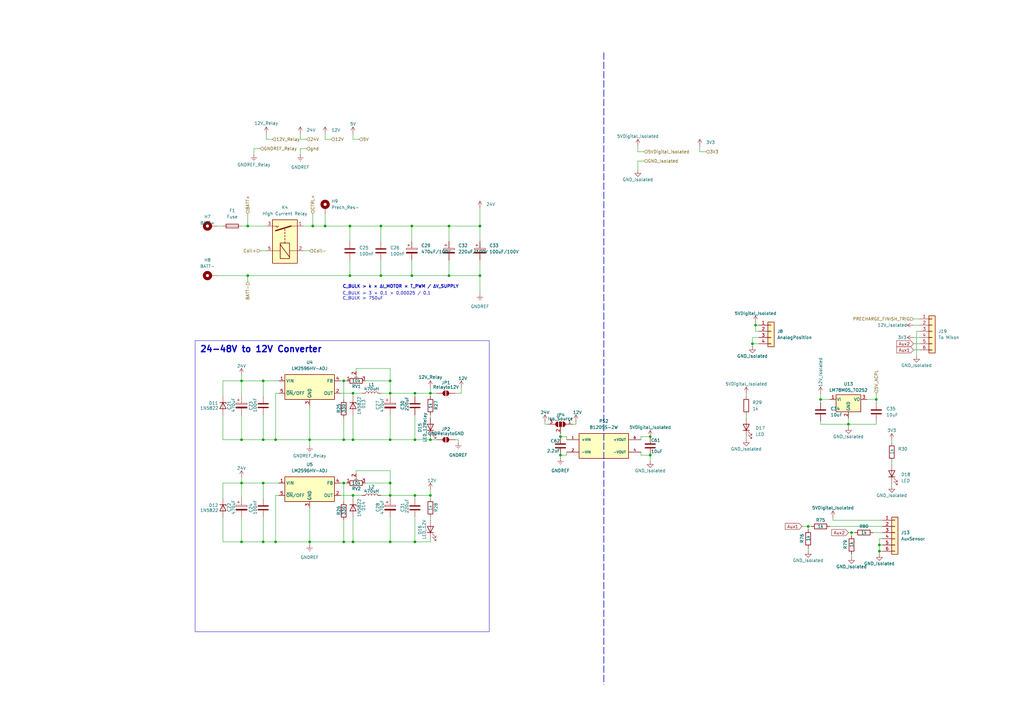
<source format=kicad_sch>
(kicad_sch (version 20250114) (generator "eeschema") (generator_version "9.0")
  (paper "A3")
  (lib_symbols
    (symbol "B2405S-2W:B1205S-2W" (pin_names (offset 1.016))
      (property "Reference" "PS" (at -10.1639 6.3579 0))
      (property "Value" "B1205S-2W" (at -10.1614 -7.6227 0))
      (symbol "B1205S-2W_0_0"
        (pin input line (at -15.24 2.54 0) (length 5.08) (name "+VIN") (number "1"))
        (pin input line (at -15.24 -2.54 0) (length 5.08) (name "-VIN") (number "2"))
        (pin output line (at 15.24 2.54 180) (length 5.08) (name "+VOUT") (number "6"))
        (pin output line (at 15.24 -2.54 180) (length 5.08) (name "-VOUT") (number "4"))
      )
    )
    (symbol "Connector_Generic:Conn_01x04" (pin_names (offset 1.016) (hide yes))
      (property "Reference" "J" (at 0 5.08 0))
      (property "Value" "Conn_01x04" (at 0 -7.62 0))
      (symbol "Conn_01x04_1_1"
        (pin passive line (at -5.08 2.54 0) (length 3.81) (name "Pin_1") (number "1"))
        (pin passive line (at -5.08 0 0) (length 3.81) (name "Pin_2") (number "2"))
        (pin passive line (at -5.08 -2.54 0) (length 3.81) (name "Pin_3") (number "3"))
        (pin passive line (at -5.08 -5.08 0) (length 3.81) (name "Pin_4") (number "4"))
      )
    )
    (symbol "Connector_Generic:Conn_01x06" (pin_names (offset 1.016) (hide yes))
      (property "Reference" "J" (at 0 7.62 0))
      (property "Value" "Conn_01x06" (at 0 -10.16 0))
      (symbol "Conn_01x06_1_1"
        (pin passive line (at -5.08 5.08 0) (length 3.81) (name "Pin_1") (number "1"))
        (pin passive line (at -5.08 2.54 0) (length 3.81) (name "Pin_2") (number "2"))
        (pin passive line (at -5.08 0 0) (length 3.81) (name "Pin_3") (number "3"))
        (pin passive line (at -5.08 -2.54 0) (length 3.81) (name "Pin_4") (number "4"))
        (pin passive line (at -5.08 -5.08 0) (length 3.81) (name "Pin_5") (number "5"))
        (pin passive line (at -5.08 -7.62 0) (length 3.81) (name "Pin_6") (number "6"))
      )
    )
    (symbol "Device:C" (pin_numbers (hide yes)) (pin_names (offset 0.254))
      (property "Reference" "C" (at 0.635 2.54 0))
      (property "Value" "C" (at 0.635 -2.54 0))
      (symbol "C_1_1"
        (pin passive line (at 0 3.81 270) (length 2.794) (name "~") (number "1"))
        (pin passive line (at 0 -3.81 90) (length 2.794) (name "~") (number "2"))
      )
    )
    (symbol "Device:C_Polarized" (pin_numbers (hide yes)) (pin_names (offset 0.254))
      (property "Reference" "C" (at 0.635 2.54 0))
      (property "Value" "C_Polarized" (at 0.635 -2.54 0))
      (symbol "C_Polarized_1_1"
        (pin passive line (at 0 3.81 270) (length 2.794) (name "~") (number "1"))
        (pin passive line (at 0 -3.81 90) (length 2.794) (name "~") (number "2"))
      )
    )
    (symbol "Device:D_Zener" (pin_numbers (hide yes)) (pin_names (offset 1.016) (hide yes))
      (property "Reference" "D" (at 0 2.54 0))
      (property "Value" "D_Zener" (at 0 -2.54 0))
      (symbol "D_Zener_1_1"
        (pin passive line (at -3.81 0 0) (length 2.54) (name "K") (number "1"))
        (pin passive line (at 3.81 0 180) (length 2.54) (name "A") (number "2"))
      )
    )
    (symbol "Device:Fuse" (pin_numbers (hide yes)) (pin_names (offset 0))
      (property "Reference" "F" (at 2.032 0 90))
      (property "Value" "Fuse" (at -1.905 0 90))
      (symbol "Fuse_1_1"
        (pin passive line (at 0 3.81 270) (length 1.27) (name "~") (number "1"))
        (pin passive line (at 0 -3.81 90) (length 1.27) (name "~") (number "2"))
      )
    )
    (symbol "Device:L" (pin_numbers (hide yes)) (pin_names (offset 1.016) (hide yes))
      (property "Reference" "L" (at -1.27 0 90))
      (property "Value" "L" (at 1.905 0 90))
      (symbol "L_1_1"
        (pin passive line (at 0 3.81 270) (length 1.27) (name "1") (number "1"))
        (pin passive line (at 0 -3.81 90) (length 1.27) (name "2") (number "2"))
      )
    )
    (symbol "Device:LED" (pin_numbers (hide yes)) (pin_names (offset 1.016) (hide yes))
      (property "Reference" "D" (at 0 2.54 0))
      (property "Value" "LED" (at 0 -2.54 0))
      (symbol "LED_1_1"
        (pin passive line (at -3.81 0 0) (length 2.54) (name "K") (number "1"))
        (pin passive line (at 3.81 0 180) (length 2.54) (name "A") (number "2"))
      )
    )
    (symbol "Device:R" (pin_numbers (hide yes)) (pin_names (offset 0))
      (property "Reference" "R" (at 2.032 0 90))
      (property "Value" "R" (at 0 0 90))
      (symbol "R_1_1"
        (pin passive line (at 0 3.81 270) (length 1.27) (name "~") (number "1"))
        (pin passive line (at 0 -3.81 90) (length 1.27) (name "~") (number "2"))
      )
    )
    (symbol "Device:R_Potentiometer_Trim" (pin_names (offset 1.016) (hide yes))
      (property "Reference" "RV" (at -4.445 0 90))
      (property "Value" "R_Potentiometer_Trim" (at -2.54 0 90))
      (symbol "R_Potentiometer_Trim_1_1"
        (pin passive line (at 0 3.81 270) (length 1.27) (name "1") (number "1"))
        (pin passive line (at 0 -3.81 90) (length 1.27) (name "3") (number "3"))
        (pin passive line (at 3.81 0 180) (length 1.27) (name "2") (number "2"))
      )
    )
    (symbol "Jumper:SolderJumper_2_Open" (pin_numbers (hide yes)) (pin_names (offset 0) (hide yes)) (in_bom no)
      (property "Reference" "JP" (at 0 2.032 0))
      (property "Value" "SolderJumper_2_Open" (at 0 -2.54 0))
      (symbol "SolderJumper_2_Open_1_1"
        (pin passive line (at -3.81 0 0) (length 2.54) (name "A") (number "1"))
        (pin passive line (at 3.81 0 180) (length 2.54) (name "B") (number "2"))
      )
    )
    (symbol "Jumper:SolderJumper_3_Open" (pin_names (offset 0) (hide yes)) (in_bom no)
      (property "Reference" "JP" (at -2.54 -2.54 0))
      (property "Value" "SolderJumper_3_Open" (at 0 2.794 0))
      (symbol "SolderJumper_3_Open_1_1"
        (pin passive line (at -5.08 0 0) (length 2.54) (name "A") (number "1"))
        (pin passive line (at 0 -3.81 90) (length 2.54) (name "C") (number "2"))
        (pin passive line (at 5.08 0 180) (length 2.54) (name "B") (number "3"))
      )
    )
    (symbol "Mechanical:MountingHole_Pad" (pin_numbers (hide yes)) (pin_names (offset 1.016) (hide yes)) (exclude_from_sim yes) (in_bom no)
      (property "Reference" "H" (at 0 6.35 0))
      (property "Value" "MountingHole_Pad" (at 0 4.445 0))
      (symbol "MountingHole_Pad_1_1"
        (pin input line (at 0 -2.54 90) (length 2.54) (name "1") (number "1"))
      )
    )
    (symbol "Regulator_Linear:LM78M05_TO252" (pin_names (offset 0.254))
      (property "Reference" "U" (at -3.81 3.175 0))
      (property "Value" "LM78M05_TO252" (at 0 3.175 0))
      (symbol "LM78M05_TO252_1_1"
        (pin power_in line (at -7.62 0 0) (length 2.54) (name "VI") (number "1"))
        (pin power_in line (at 0 -7.62 90) (length 2.54) (name "GND") (number "2"))
        (pin power_out line (at 7.62 0 180) (length 2.54) (name "VO") (number "3"))
      )
    )
    (symbol "Regulator_Switching:LM2596S-ADJ"
      (property "Reference" "U" (at -10.16 6.35 0))
      (property "Value" "LM2596S-ADJ" (at 0 6.35 0))
      (symbol "LM2596S-ADJ_1_1"
        (pin power_in line (at -12.7 2.54 0) (length 2.54) (name "VIN") (number "1"))
        (pin input line (at -12.7 -2.54 0) (length 2.54) (name "~{ON}/OFF") (number "5"))
        (pin power_in line (at 0 -7.62 90) (length 2.54) (name "GND") (number "3"))
        (pin input line (at 12.7 2.54 180) (length 2.54) (name "FB") (number "4"))
        (pin output line (at 12.7 -2.54 180) (length 2.54) (name "OUT") (number "2"))
      )
    )
    (symbol "Relay:SANYOU_SRD_Form_A"
      (property "Reference" "K" (at 8.89 3.81 0))
      (property "Value" "SANYOU_SRD_Form_A" (at 8.89 1.27 0))
      (symbol "SANYOU_SRD_Form_A_1_1"
        (pin passive line (at -5.08 7.62 270) (length 2.54) (name "~") (number "5"))
        (pin passive line (at -5.08 -7.62 90) (length 2.54) (name "~") (number "2"))
        (pin passive line (at 5.08 7.62 270) (length 2.54) (name "~") (number "3"))
        (pin passive line (at 5.08 -7.62 90) (length 2.54) (name "~") (number "1"))
      )
    )
    (symbol "power:+48V" (power) (pin_numbers (hide yes)) (pin_names (offset 0) (hide yes))
      (property "Value" "+48V" (at 0 3.556 0))
      (symbol "+48V_1_1"
        (pin power_in line (at 0 0 90) (length 0) (name "~") (number "1"))
      )
    )
    (symbol "power:GND" (power) (pin_numbers (hide yes)) (pin_names (offset 0) (hide yes))
      (property "Value" "GND" (at 0 -3.81 0))
      (symbol "GND_1_1"
        (pin power_in line (at 0 0 270) (length 0) (name "~") (number "1"))
      )
    )
    (symbol "power:GNDREF" (power) (pin_numbers (hide yes)) (pin_names (offset 0) (hide yes))
      (property "Value" "GNDREF" (at 0 -3.81 0))
      (symbol "GNDREF_1_1"
        (pin power_in line (at 0 0 270) (length 0) (name "~") (number "1"))
      )
    )
  )
  (text "C_BULK > 3 × 0,1 × 0,00025 / 0,1 \nC_BULK > 750uF" (at 140.462 121.412 0) (effects (font (size 1.27 1.27)) (justify left)))
  (text "C_BULK > k × ∆I_MOTOR × T_PWM / ∆V_SUPPLY" (at 164.338 117.602 0) (effects (font (size 1.27 1.27) (thickness 0.254) (bold yes))))
  (text_box "24-48V to 12V Converter" (at 80.01 139.7 0) (size 120.65 119.38) (margins 1.905 1.905 1.905 1.905) (effects (font (size 2.54 2.54) (thickness 0.508) (bold yes)) (justify left top)))
  (junction (at 266.7 186.69))
  (junction (at 170.18 203.2))
  (junction (at 229.87 186.69))
  (junction (at 140.97 180.34))
  (junction (at 308.61 140.97))
  (junction (at 107.95 198.12))
  (junction (at 140.97 156.21))
  (junction (at 359.41 163.83))
  (junction (at 107.95 156.21))
  (junction (at 113.03 222.25))
  (junction (at 229.87 179.07))
  (junction (at 170.18 161.29))
  (junction (at 144.78 161.29))
  (junction (at 144.78 180.34))
  (junction (at 160.02 198.12))
  (junction (at 160.02 156.21))
  (junction (at 360.68 223.52))
  (junction (at 140.97 222.25))
  (junction (at 144.78 203.2))
  (junction (at 160.02 180.34))
  (junction (at 107.95 222.25))
  (junction (at 170.18 180.34))
  (junction (at 349.25 218.44))
  (junction (at 156.21 92.71))
  (junction (at 331.47 215.9))
  (junction (at 160.02 203.2))
  (junction (at 160.02 222.25))
  (junction (at 101.6 113.03))
  (junction (at 140.97 198.12))
  (junction (at 143.51 92.71))
  (junction (at 196.85 113.03))
  (junction (at 99.06 198.12))
  (junction (at 176.53 161.29))
  (junction (at 184.15 113.03))
  (junction (at 336.55 163.83))
  (junction (at 196.85 92.71))
  (junction (at 184.15 92.71))
  (junction (at 176.53 180.34))
  (junction (at 170.18 222.25))
  (junction (at 128.27 92.71))
  (junction (at 99.06 180.34))
  (junction (at 176.53 203.2))
  (junction (at 107.95 180.34))
  (junction (at 266.7 179.07))
  (junction (at 99.06 222.25))
  (junction (at 309.88 133.35))
  (junction (at 99.06 156.21))
  (junction (at 113.03 180.34))
  (junction (at 156.21 113.03))
  (junction (at 168.91 113.03))
  (junction (at 127 222.25))
  (junction (at 168.91 92.71))
  (junction (at 144.78 222.25))
  (junction (at 160.02 161.29))
  (junction (at 101.6 92.71))
  (junction (at 347.98 173.99))
  (junction (at 127 180.34))
  (junction (at 143.51 113.03))
  (junction (at 133.35 92.71))
  (junction (at 360.68 226.06))
  (wire (pts (xy 229.87 177.8) (xy 229.87 179.07)))
  (wire (pts (xy 308.61 138.43) (xy 308.61 140.97)))
  (wire (pts (xy 374.65 138.43) (xy 377.19 138.43)))
  (wire (pts (xy 229.87 186.69) (xy 232.41 186.69)))
  (wire (pts (xy 176.53 161.29) (xy 179.07 161.29)))
  (wire (pts (xy 133.35 87.63) (xy 133.35 92.71)))
  (wire (pts (xy 347.98 173.99) (xy 359.41 173.99)))
  (wire (pts (xy 189.23 161.29) (xy 186.69 161.29)))
  (wire (pts (xy 176.53 170.18) (xy 176.53 171.45)))
  (wire (pts (xy 306.07 170.18) (xy 306.07 171.45)))
  (wire (pts (xy 107.95 222.25) (xy 113.03 222.25)))
  (wire (pts (xy 359.41 161.29) (xy 359.41 163.83)))
  (wire (pts (xy 156.21 106.68) (xy 156.21 113.03)))
  (wire (pts (xy 176.53 204.47) (xy 176.53 203.2)))
  (wire (pts (xy 113.03 222.25) (xy 113.03 203.2)))
  (wire (pts (xy 99.06 156.21) (xy 107.95 156.21)))
  (wire (pts (xy 176.53 162.56) (xy 176.53 161.29)))
  (wire (pts (xy 143.51 92.71) (xy 143.51 99.06)))
  (wire (pts (xy 360.68 226.06) (xy 360.68 227.33)))
  (wire (pts (xy 99.06 153.67) (xy 99.06 156.21)))
  (wire (pts (xy 176.53 158.75) (xy 176.53 161.29)))
  (wire (pts (xy 360.68 223.52) (xy 361.95 223.52)))
  (wire (pts (xy 170.18 161.29) (xy 176.53 161.29)))
  (wire (pts (xy 144.78 212.09) (xy 144.78 222.25)))
  (wire (pts (xy 127 166.37) (xy 127 180.34)))
  (wire (pts (xy 196.85 106.68) (xy 196.85 113.03)))
  (wire (pts (xy 170.18 203.2) (xy 176.53 203.2)))
  (wire (pts (xy 340.36 163.83) (xy 336.55 163.83)))
  (wire (pts (xy 160.02 180.34) (xy 170.18 180.34)))
  (wire (pts (xy 99.06 204.47) (xy 99.06 198.12)))
  (wire (pts (xy 99.06 92.71) (xy 101.6 92.71)))
  (wire (pts (xy 140.97 156.21) (xy 140.97 163.83)))
  (wire (pts (xy 160.02 161.29) (xy 160.02 162.56)))
  (wire (pts (xy 160.02 203.2) (xy 160.02 204.47)))
  (wire (pts (xy 99.06 170.18) (xy 99.06 180.34)))
  (wire (pts (xy 107.95 204.47) (xy 107.95 198.12)))
  (wire (pts (xy 144.78 170.18) (xy 144.78 180.34)))
  (wire (pts (xy 160.02 156.21) (xy 160.02 161.29)))
  (wire (pts (xy 113.03 222.25) (xy 127 222.25)))
  (wire (pts (xy 176.53 179.07) (xy 176.53 180.34)))
  (wire (pts (xy 347.98 218.44) (xy 349.25 218.44)))
  (wire (pts (xy 109.22 54.61) (xy 109.22 57.15)))
  (wire (pts (xy 91.44 204.47) (xy 91.44 198.12)))
  (wire (pts (xy 91.44 156.21) (xy 99.06 156.21)))
  (wire (pts (xy 176.53 220.98) (xy 176.53 222.25)))
  (wire (pts (xy 365.76 198.12) (xy 365.76 199.39)))
  (wire (pts (xy 99.06 212.09) (xy 99.06 222.25)))
  (wire (pts (xy 176.53 180.34) (xy 179.07 180.34)))
  (wire (pts (xy 365.76 189.23) (xy 365.76 190.5)))
  (wire (pts (xy 229.87 187.96) (xy 229.87 186.69)))
  (wire (pts (xy 184.15 106.68) (xy 184.15 113.03)))
  (wire (pts (xy 341.63 212.09) (xy 341.63 213.36)))
  (wire (pts (xy 377.19 133.35) (xy 374.65 133.35)))
  (wire (pts (xy 196.85 92.71) (xy 196.85 99.06)))
  (wire (pts (xy 106.68 102.87) (xy 109.22 102.87)))
  (wire (pts (xy 88.9 92.71) (xy 91.44 92.71)))
  (wire (pts (xy 347.98 173.99) (xy 347.98 175.26)))
  (wire (pts (xy 127 222.25) (xy 140.97 222.25)))
  (wire (pts (xy 186.69 180.34) (xy 187.96 180.34)))
  (wire (pts (xy 308.61 138.43) (xy 311.15 138.43)))
  (wire (pts (xy 374.65 143.51) (xy 377.19 143.51)))
  (wire (pts (xy 140.97 180.34) (xy 140.97 171.45)))
  (wire (pts (xy 189.23 158.75) (xy 189.23 161.29)))
  (wire (pts (xy 309.88 133.35) (xy 309.88 135.89)))
  (wire (pts (xy 127 180.34) (xy 140.97 180.34)))
  (wire (pts (xy 139.7 198.12) (xy 140.97 198.12)))
  (wire (pts (xy 187.96 180.34) (xy 187.96 181.61)))
  (wire (pts (xy 113.03 161.29) (xy 114.3 161.29)))
  (wire (pts (xy 123.19 57.15) (xy 125.73 57.15)))
  (wire (pts (xy 143.51 106.68) (xy 143.51 113.03)))
  (wire (pts (xy 127 208.28) (xy 127 222.25)))
  (wire (pts (xy 140.97 156.21) (xy 142.24 156.21)))
  (wire (pts (xy 107.95 162.56) (xy 107.95 156.21)))
  (wire (pts (xy 184.15 92.71) (xy 196.85 92.71)))
  (wire (pts (xy 262.89 186.69) (xy 262.89 185.42)))
  (wire (pts (xy 168.91 92.71) (xy 168.91 99.06)))
  (wire (pts (xy 170.18 222.25) (xy 176.53 222.25)))
  (wire (pts (xy 99.06 198.12) (xy 107.95 198.12)))
  (wire (pts (xy 184.15 92.71) (xy 184.15 99.06)))
  (wire (pts (xy 156.21 92.71) (xy 156.21 99.06)))
  (wire (pts (xy 101.6 92.71) (xy 109.22 92.71)))
  (wire (pts (xy 236.22 173.99) (xy 234.95 173.99)))
  (wire (pts (xy 261.62 66.04) (xy 261.62 69.85)))
  (wire (pts (xy 124.46 92.71) (xy 128.27 92.71)))
  (wire (pts (xy 113.03 180.34) (xy 113.03 161.29)))
  (wire (pts (xy 168.91 92.71) (xy 184.15 92.71)))
  (wire (pts (xy 143.51 113.03) (xy 156.21 113.03)))
  (wire (pts (xy 88.9 113.03) (xy 101.6 113.03)))
  (polyline (pts (xy 247.65 21.59) (xy 247.65 280.67)) (stroke (width 0.254) (type dash)))
  (wire (pts (xy 160.02 161.29) (xy 170.18 161.29)))
  (wire (pts (xy 262.89 186.69) (xy 266.7 186.69)))
  (wire (pts (xy 309.88 133.35) (xy 311.15 133.35)))
  (wire (pts (xy 160.02 203.2) (xy 170.18 203.2)))
  (wire (pts (xy 140.97 222.25) (xy 140.97 213.36)))
  (wire (pts (xy 139.7 156.21) (xy 140.97 156.21)))
  (wire (pts (xy 144.78 203.2) (xy 148.59 203.2)))
  (wire (pts (xy 358.14 218.44) (xy 361.95 218.44)))
  (wire (pts (xy 99.06 222.25) (xy 107.95 222.25)))
  (wire (pts (xy 336.55 173.99) (xy 347.98 173.99)))
  (wire (pts (xy 359.41 165.1) (xy 359.41 163.83)))
  (wire (pts (xy 107.95 180.34) (xy 113.03 180.34)))
  (wire (pts (xy 127 180.34) (xy 127 182.88)))
  (wire (pts (xy 160.02 180.34) (xy 160.02 170.18)))
  (wire (pts (xy 107.95 170.18) (xy 107.95 180.34)))
  (wire (pts (xy 236.22 173.99) (xy 236.22 172.72)))
  (wire (pts (xy 113.03 180.34) (xy 127 180.34)))
  (wire (pts (xy 170.18 161.29) (xy 170.18 162.56)))
  (wire (pts (xy 128.27 87.63) (xy 128.27 92.71)))
  (wire (pts (xy 101.6 113.03) (xy 143.51 113.03)))
  (wire (pts (xy 107.95 212.09) (xy 107.95 222.25)))
  (wire (pts (xy 144.78 57.15) (xy 147.32 57.15)))
  (wire (pts (xy 262.89 179.07) (xy 262.89 180.34)))
  (wire (pts (xy 143.51 92.71) (xy 156.21 92.71)))
  (wire (pts (xy 176.53 200.66) (xy 176.53 203.2)))
  (wire (pts (xy 374.65 130.81) (xy 377.19 130.81)))
  (wire (pts (xy 331.47 215.9) (xy 332.74 215.9)))
  (wire (pts (xy 223.52 173.99) (xy 223.52 172.72)))
  (wire (pts (xy 261.62 62.23) (xy 264.16 62.23)))
  (wire (pts (xy 149.86 156.21) (xy 160.02 156.21)))
  (wire (pts (xy 144.78 161.29) (xy 144.78 162.56)))
  (wire (pts (xy 144.78 161.29) (xy 148.59 161.29)))
  (wire (pts (xy 149.86 198.12) (xy 160.02 198.12)))
  (wire (pts (xy 229.87 179.07) (xy 232.41 179.07)))
  (wire (pts (xy 123.19 63.5) (xy 123.19 60.96)))
  (wire (pts (xy 160.02 198.12) (xy 160.02 203.2)))
  (wire (pts (xy 144.78 222.25) (xy 160.02 222.25)))
  (wire (pts (xy 360.68 220.98) (xy 361.95 220.98)))
  (wire (pts (xy 341.63 213.36) (xy 361.95 213.36)))
  (wire (pts (xy 328.93 215.9) (xy 331.47 215.9)))
  (wire (pts (xy 266.7 186.69) (xy 266.7 189.23)))
  (wire (pts (xy 287.02 59.69) (xy 287.02 62.23)))
  (wire (pts (xy 113.03 203.2) (xy 114.3 203.2)))
  (wire (pts (xy 360.68 220.98) (xy 360.68 223.52)))
  (wire (pts (xy 196.85 120.65) (xy 196.85 113.03)))
  (wire (pts (xy 349.25 227.33) (xy 349.25 228.6)))
  (wire (pts (xy 336.55 172.72) (xy 336.55 173.99)))
  (wire (pts (xy 266.7 179.07) (xy 262.89 179.07)))
  (wire (pts (xy 309.88 135.89) (xy 311.15 135.89)))
  (wire (pts (xy 365.76 180.34) (xy 365.76 181.61)))
  (wire (pts (xy 140.97 180.34) (xy 144.78 180.34)))
  (wire (pts (xy 140.97 222.25) (xy 144.78 222.25)))
  (wire (pts (xy 156.21 113.03) (xy 168.91 113.03)))
  (wire (pts (xy 101.6 87.63) (xy 101.6 92.71)))
  (wire (pts (xy 140.97 198.12) (xy 142.24 198.12)))
  (wire (pts (xy 170.18 212.09) (xy 170.18 222.25)))
  (wire (pts (xy 146.05 151.13) (xy 146.05 152.4)))
  (wire (pts (xy 91.44 198.12) (xy 99.06 198.12)))
  (wire (pts (xy 91.44 180.34) (xy 99.06 180.34)))
  (wire (pts (xy 306.07 161.29) (xy 306.07 162.56)))
  (wire (pts (xy 107.95 156.21) (xy 114.3 156.21)))
  (wire (pts (xy 359.41 172.72) (xy 359.41 173.99)))
  (wire (pts (xy 308.61 140.97) (xy 308.61 142.24)))
  (wire (pts (xy 104.14 63.5) (xy 104.14 60.96)))
  (wire (pts (xy 170.18 203.2) (xy 170.18 204.47)))
  (wire (pts (xy 133.35 57.15) (xy 135.89 57.15)))
  (wire (pts (xy 146.05 193.04) (xy 160.02 193.04)))
  (wire (pts (xy 133.35 92.71) (xy 143.51 92.71)))
  (wire (pts (xy 349.25 218.44) (xy 350.52 218.44)))
  (wire (pts (xy 146.05 151.13) (xy 160.02 151.13)))
  (wire (pts (xy 287.02 62.23) (xy 289.56 62.23)))
  (wire (pts (xy 374.65 140.97) (xy 377.19 140.97)))
  (wire (pts (xy 156.21 203.2) (xy 160.02 203.2)))
  (wire (pts (xy 331.47 224.79) (xy 331.47 226.06)))
  (wire (pts (xy 91.44 212.09) (xy 91.44 222.25)))
  (wire (pts (xy 355.6 163.83) (xy 359.41 163.83)))
  (wire (pts (xy 176.53 212.09) (xy 176.53 213.36)))
  (wire (pts (xy 349.25 218.44) (xy 349.25 219.71)))
  (wire (pts (xy 184.15 113.03) (xy 196.85 113.03)))
  (wire (pts (xy 361.95 226.06) (xy 360.68 226.06)))
  (wire (pts (xy 107.95 198.12) (xy 114.3 198.12)))
  (wire (pts (xy 306.07 179.07) (xy 306.07 180.34)))
  (wire (pts (xy 144.78 203.2) (xy 144.78 204.47)))
  (wire (pts (xy 104.14 60.96) (xy 106.68 60.96)))
  (wire (pts (xy 308.61 140.97) (xy 311.15 140.97)))
  (wire (pts (xy 146.05 193.04) (xy 146.05 194.31)))
  (wire (pts (xy 196.85 85.09) (xy 196.85 92.71)))
  (wire (pts (xy 91.44 170.18) (xy 91.44 180.34)))
  (wire (pts (xy 156.21 161.29) (xy 160.02 161.29)))
  (wire (pts (xy 99.06 162.56) (xy 99.06 156.21)))
  (wire (pts (xy 168.91 113.03) (xy 184.15 113.03)))
  (wire (pts (xy 160.02 193.04) (xy 160.02 198.12)))
  (wire (pts (xy 264.16 66.04) (xy 261.62 66.04)))
  (wire (pts (xy 144.78 180.34) (xy 160.02 180.34)))
  (wire (pts (xy 232.41 186.69) (xy 232.41 185.42)))
  (wire (pts (xy 375.92 135.89) (xy 375.92 146.05)))
  (wire (pts (xy 170.18 170.18) (xy 170.18 180.34)))
  (wire (pts (xy 144.78 54.61) (xy 144.78 57.15)))
  (wire (pts (xy 377.19 135.89) (xy 375.92 135.89)))
  (wire (pts (xy 139.7 161.29) (xy 144.78 161.29)))
  (wire (pts (xy 340.36 215.9) (xy 361.95 215.9)))
  (wire (pts (xy 124.46 102.87) (xy 127 102.87)))
  (wire (pts (xy 331.47 215.9) (xy 331.47 217.17)))
  (wire (pts (xy 127 222.25) (xy 127 223.52)))
  (wire (pts (xy 347.98 171.45) (xy 347.98 173.99)))
  (wire (pts (xy 168.91 106.68) (xy 168.91 113.03)))
  (wire (pts (xy 91.44 162.56) (xy 91.44 156.21)))
  (wire (pts (xy 156.21 92.71) (xy 168.91 92.71)))
  (wire (pts (xy 336.55 161.29) (xy 336.55 163.83)))
  (wire (pts (xy 160.02 222.25) (xy 170.18 222.25)))
  (wire (pts (xy 223.52 173.99) (xy 224.79 173.99)))
  (wire (pts (xy 360.68 223.52) (xy 360.68 226.06)))
  (wire (pts (xy 99.06 195.58) (xy 99.06 198.12)))
  (wire (pts (xy 170.18 180.34) (xy 176.53 180.34)))
  (wire (pts (xy 123.19 60.96) (xy 125.73 60.96)))
  (wire (pts (xy 336.55 163.83) (xy 336.55 165.1)))
  (wire (pts (xy 91.44 222.25) (xy 99.06 222.25)))
  (wire (pts (xy 261.62 59.69) (xy 261.62 62.23)))
  (wire (pts (xy 109.22 57.15) (xy 111.76 57.15)))
  (wire (pts (xy 133.35 54.61) (xy 133.35 57.15)))
  (wire (pts (xy 160.02 151.13) (xy 160.02 156.21)))
  (wire (pts (xy 232.41 179.07) (xy 232.41 180.34)))
  (wire (pts (xy 309.88 132.08) (xy 309.88 133.35)))
  (wire (pts (xy 139.7 203.2) (xy 144.78 203.2)))
  (wire (pts (xy 140.97 198.12) (xy 140.97 205.74)))
  (wire (pts (xy 99.06 180.34) (xy 107.95 180.34)))
  (wire (pts (xy 160.02 222.25) (xy 160.02 212.09)))
  (wire (pts (xy 101.6 113.03) (xy 101.6 115.57)))
  (wire (pts (xy 128.27 92.71) (xy 133.35 92.71)))
  (wire (pts (xy 123.19 54.61) (xy 123.19 57.15)))
  (global_label "Aux1" (shape input) (at 328.93 215.9 180) (property "Intersheetrefs" "${INTERSHEET_REFS}" (effects (hide yes))))
  (global_label "Aux1" (shape input) (at 374.65 143.51 180) (property "Intersheetrefs" "${INTERSHEET_REFS}" (effects (hide yes))))
  (global_label "Aux2" (shape input) (at 347.98 218.44 180) (property "Intersheetrefs" "${INTERSHEET_REFS}" (effects (hide yes))))
  (global_label "Aux2" (shape input) (at 374.65 140.97 180) (property "Intersheetrefs" "${INTERSHEET_REFS}" (effects (hide yes))))
  (hierarchical_label "Coil+" (shape input) (at 106.68 102.87 180))
  (hierarchical_label "24V" (shape input) (at 125.73 57.15 0))
  (hierarchical_label "3V3" (shape input) (at 289.56 62.23 0))
  (hierarchical_label "BATT+" (shape input) (at 101.6 87.63 90))
  (hierarchical_label "5V" (shape input) (at 147.32 57.15 0))
  (hierarchical_label "PRECHARGE_FINISH_TRIG" (shape input) (at 374.65 130.81 180))
  (hierarchical_label "12V_Relay" (shape input) (at 111.76 57.15 0))
  (hierarchical_label "12V" (shape input) (at 135.89 57.15 0))
  (hierarchical_label "GND_Isolated" (shape input) (at 264.16 66.04 0))
  (hierarchical_label "BATT-" (shape input) (at 101.6 115.57 270))
  (hierarchical_label "CTRL+" (shape input) (at 128.27 87.63 90))
  (hierarchical_label "5VDigital_Isolated" (shape input) (at 264.16 62.23 0))
  (hierarchical_label "5V_ACPL" (shape input) (at 359.41 161.29 90))
  (hierarchical_label "gnd" (shape input) (at 125.73 60.96 0))
  (hierarchical_label "GNDREF_Relay" (shape input) (at 106.68 60.96 0))
  (hierarchical_label "Coil-" (shape input) (at 127 102.87 0))
  (symbol (lib_id "Connector_Generic:Conn_01x04") (at 316.23 135.89 0) (unit 1)
    (property "Reference" "J8" (at 318.77 135.8899 0) (effects (justify left)))
    (property "Value" "AnalogPosition" (at 318.77 138.4299 0) (effects (justify left)))
    (property "Footprint" "Connector_Molex:Molex_Mini-Fit_Jr_5569-04A2_2x02_P4.20mm_Horizontal" (effects (hide yes)))
    (property "Description" "Generic connector, single row, 01x04, script generated (kicad-library-utils/schlib/autogen/connector/)" (effects (hide yes)))
  )
  (symbol (lib_id "Device:C") (at 170.18 166.37 0) (unit 1)
    (property "Reference" "C30" (at 165.1 168.148 90) (effects (justify left)))
    (property "Value" "220uF" (at 166.878 168.656 90) (effects (justify left)))
    (property "Footprint" "Capacitor_SMD:C_0805_2012Metric" (effects (hide yes)))
    (property "Description" "Unpolarized capacitor" (effects (hide yes)))
  )
  (symbol (lib_id "Device:R") (at 336.55 215.9 90) (unit 1)
    (property "Reference" "R75" (at 336.55 213.36 90))
    (property "Value" "1k" (at 336.55 215.9 90))
    (property "Footprint" "Resistor_SMD:R_0805_2012Metric" (effects (hide yes)))
    (property "Description" "Resistor" (effects (hide yes)))
  )
  (symbol (lib_id "power:GNDREF") (at 187.96 181.61 0) (unit 1)
    (property "Reference" "#PWR042" (effects (hide yes)))
    (property "Value" "GNDREF" (at 187.96 186.69 0))
    (property "Description" "Power symbol creates a global label with name \"GNDREF\" , reference supply ground" (effects (hide yes)))
  )
  (symbol (lib_id "Device:R") (at 306.07 166.37 0) (unit 1)
    (property "Reference" "R29" (at 308.61 165.0999 0) (effects (justify left)))
    (property "Value" "1k" (at 308.61 167.6399 0) (effects (justify left)))
    (property "Footprint" "Resistor_SMD:R_0805_2012Metric" (effects (hide yes)))
    (property "Description" "Resistor" (effects (hide yes)))
  )
  (symbol (lib_id "Jumper:SolderJumper_3_Open") (at 229.87 173.99 0) (mirror y) (unit 1) (in_bom no)
    (property "Reference" "JP4" (at 229.87 170.18 0))
    (property "Value" "Iso_Source" (at 229.87 171.704 0))
    (property "Footprint" "Jumper:SolderJumper-3_P1.3mm_Open_RoundedPad1.0x1.5mm_NumberLabels" (effects (hide yes)))
    (property "Description" "Solder Jumper, 3-pole, open" (effects (hide yes)))
  )
  (symbol (lib_id "power:+48V") (at 236.22 172.72 0) (unit 1)
    (property "Reference" "#PWR051" (effects (hide yes)))
    (property "Value" "12V" (at 234.95 169.164 0) (effects (justify left)))
    (property "Description" "Power symbol creates a global label with name \"+48V\"" (effects (hide yes)))
  )
  (symbol (lib_id "Device:C_Polarized") (at 184.15 102.87 0) (unit 1)
    (property "Reference" "C32" (at 187.96 100.7109 0) (effects (justify left)))
    (property "Value" "220uF/100V" (at 187.96 103.2509 0) (effects (justify left)))
    (property "Footprint" "Capacitor_THT:CP_Radial_D16.0mm_P7.50mm" (effects (hide yes)))
    (property "Description" "Polarized capacitor" (effects (hide yes)))
  )
  (symbol (lib_id "power:+48V") (at 261.62 59.69 0) (unit 1)
    (property "Reference" "#PWR062" (effects (hide yes)))
    (property "Value" "5VDigital_Isolated" (at 261.62 55.88 0))
    (property "Description" "Power symbol creates a global label with name \"+48V\"" (effects (hide yes)))
  )
  (symbol (lib_id "Device:R") (at 331.47 220.98 180) (unit 1)
    (property "Reference" "R76" (at 328.93 222.758 90) (effects (justify right)))
    (property "Value" "1k" (at 331.47 221.996 90) (effects (justify right)))
    (property "Footprint" "Resistor_SMD:R_0805_2012Metric" (effects (hide yes)))
    (property "Description" "Resistor" (effects (hide yes)))
  )
  (symbol (lib_id "Mechanical:MountingHole_Pad") (at 86.36 92.71 90) (unit 1) (exclude_from_sim yes) (in_bom no)
    (property "Reference" "H7" (at 85.09 88.9 90))
    (property "Value" "BATT+" (at 85.09 91.44 90))
    (property "Footprint" "Terminal_SMD_M5:TerminalSMD_M5" (effects (hide yes)))
    (property "Description" "Mounting Hole with connection" (effects (hide yes)))
  )
  (symbol (lib_id "power:+48V") (at 189.23 158.75 0) (unit 1)
    (property "Reference" "#PWR043" (effects (hide yes)))
    (property "Value" "12V" (at 187.96 155.194 0) (effects (justify left)))
    (property "Description" "Power symbol creates a global label with name \"+48V\"" (effects (hide yes)))
  )
  (symbol (lib_id "Device:LED") (at 306.07 175.26 90) (unit 1)
    (property "Reference" "D17" (at 309.88 175.5774 90) (effects (justify right)))
    (property "Value" "LED" (at 309.88 178.1174 90) (effects (justify right)))
    (property "Footprint" "LED_SMD:LED_0805_2012Metric_Pad1.15x1.40mm_HandSolder" (effects (hide yes)))
    (property "Description" "Light emitting diode" (effects (hide yes)))
  )
  (symbol (lib_id "power:+48V") (at 133.35 54.61 0) (unit 1)
    (property "Reference" "#PWR039" (effects (hide yes)))
    (property "Value" "12V" (at 135.89 53.3399 0) (effects (justify left)))
    (property "Description" "Power symbol creates a global label with name \"+48V\"" (effects (hide yes)))
  )
  (symbol (lib_id "Device:Fuse") (at 95.25 92.71 90) (unit 1)
    (property "Reference" "F1" (at 95.25 86.36 90))
    (property "Value" "Fuse" (at 95.25 88.9 90))
    (property "Footprint" "FuseController14x51:Fuse_L30mm" (effects (hide yes)))
    (property "Description" "Fuse" (effects (hide yes)))
  )
  (symbol (lib_id "Device:R") (at 365.76 185.42 0) (unit 1)
    (property "Reference" "R30" (at 368.3 184.1499 0) (effects (justify left)))
    (property "Value" "1k" (at 365.76 186.436 90) (effects (justify left)))
    (property "Footprint" "Resistor_SMD:R_0805_2012Metric" (effects (hide yes)))
    (property "Description" "Resistor" (effects (hide yes)))
  )
  (symbol (lib_id "power:GND") (at 365.76 199.39 0) (unit 1)
    (property "Reference" "#PWR067" (effects (hide yes)))
    (property "Value" "GND_Isolated" (at 365.76 203.2 0))
    (property "Description" "Power symbol creates a global label with name \"GND\" , ground" (effects (hide yes)))
  )
  (symbol (lib_id "Device:R") (at 176.53 166.37 0) (unit 1)
    (property "Reference" "R27" (at 178.816 168.148 90) (effects (justify left)))
    (property "Value" "1k" (at 176.53 167.64 90) (effects (justify left)))
    (property "Footprint" "Resistor_SMD:R_0805_2012Metric" (effects (hide yes)))
    (property "Description" "Resistor" (effects (hide yes)))
  )
  (symbol (lib_id "Connector_Generic:Conn_01x06") (at 382.27 135.89 0) (unit 1)
    (property "Reference" "J19" (at 384.81 135.8899 0) (effects (justify left)))
    (property "Value" "To Mikon" (at 384.81 138.4299 0) (effects (justify left)))
    (property "Footprint" "Connector_PinSocket_2.54mm:PinSocket_1x06_P2.54mm_Vertical" (effects (hide yes)))
    (property "Description" "Generic connector, single row, 01x06, script generated (kicad-library-utils/schlib/autogen/connector/)" (effects (hide yes)))
  )
  (symbol (lib_id "power:+48V") (at 176.53 200.66 0) (unit 1)
    (property "Reference" "#PWR041" (effects (hide yes)))
    (property "Value" "12V" (at 175.26 197.104 0) (effects (justify left)))
    (property "Description" "Power symbol creates a global label with name \"+48V\"" (effects (hide yes)))
  )
  (symbol (lib_id "Device:R_Potentiometer_Trim") (at 146.05 156.21 90) (unit 1)
    (property "Reference" "RV1" (at 144.272 158.496 90) (effects (justify right)))
    (property "Value" "10k" (at 144.272 156.21 90) (effects (justify right)))
    (property "Footprint" "Potentiometer_THT:Potentiometer_Runtron_RM-065_Vertical" (effects (hide yes)))
    (property "Description" "Trim-potentiometer" (effects (hide yes)))
  )
  (symbol (lib_id "Mechanical:MountingHole_Pad") (at 86.36 113.03 90) (unit 1) (exclude_from_sim yes) (in_bom no)
    (property "Reference" "H8" (at 85.09 106.68 90))
    (property "Value" "BATT-" (at 85.09 109.22 90))
    (property "Footprint" "Terminal_SMD_M5:TerminalSMD_M5" (effects (hide yes)))
    (property "Description" "Mounting Hole with connection" (effects (hide yes)))
  )
  (symbol (lib_id "Regulator_Switching:LM2596S-ADJ") (at 127 158.75 0) (unit 1)
    (property "Reference" "U4" (at 127 148.59 0))
    (property "Value" "LM2596HV-ADJ" (at 127 151.13 0))
    (property "Footprint" "Package_TO_SOT_SMD:TO-263-5_TabPin3" (effects (hide yes)))
    (property "Datasheet" "http://www.ti.com/lit/ds/symlink/lm2596.pdf" (effects (hide yes)))
    (property "Description" "Adjustable 3A Step-Down Voltage Regulator, TO-263" (effects (hide yes)))
  )
  (symbol (lib_id "power:+48V") (at 123.19 54.61 0) (unit 1)
    (property "Reference" "#PWR035" (effects (hide yes)))
    (property "Value" "24V" (at 125.73 53.3399 0) (effects (justify left)))
    (property "Description" "Power symbol creates a global label with name \"+48V\"" (effects (hide yes)))
  )
  (symbol (lib_id "power:GND") (at 360.68 227.33 0) (unit 1)
    (property "Reference" "#PWR0121" (effects (hide yes)))
    (property "Value" "GND_Isolated" (at 360.68 231.14 0))
    (property "Description" "Power symbol creates a global label with name \"GND\" , ground" (effects (hide yes)))
  )
  (symbol (lib_id "power:GND") (at 308.61 142.24 0) (unit 1)
    (property "Reference" "#PWR021" (effects (hide yes)))
    (property "Value" "GND_Isolated" (at 308.61 146.05 0))
    (property "Description" "Power symbol creates a global label with name \"GND\" , ground" (effects (hide yes)))
  )
  (symbol (lib_id "power:+48V") (at 196.85 85.09 0) (unit 1)
    (property "Reference" "#PWR044" (effects (hide yes)))
    (property "Value" "24V" (at 199.39 83.8199 0) (effects (justify left)))
    (property "Description" "Power symbol creates a global label with name \"+48V\"" (effects (hide yes)))
  )
  (symbol (lib_id "power:+48V") (at 336.55 161.29 0) (unit 1)
    (property "Reference" "#PWR055" (effects (hide yes)))
    (property "Value" "12V_Isolated" (at 336.55 152.654 90))
    (property "Description" "Power symbol creates a global label with name \"+48V\"" (effects (hide yes)))
  )
  (symbol (lib_id "Device:C_Polarized") (at 160.02 208.28 0) (unit 1)
    (property "Reference" "C28" (at 154.94 210.058 90) (effects (justify left)))
    (property "Value" "470uF" (at 156.718 211.074 90) (effects (justify left)))
    (property "Footprint" "Capacitor_SMD:CP_Elec_8x10" (effects (hide yes)))
    (property "Description" "Polarized capacitor" (effects (hide yes)))
  )
  (symbol (lib_id "Device:D_Zener") (at 144.78 208.28 270) (unit 1)
    (property "Reference" "D14" (at 149.098 209.55 0) (effects (justify right)))
    (property "Value" "1N5822" (at 147.32 212.09 0) (effects (justify right)))
    (property "Footprint" "Diode_SMD:D_SMA" (effects (hide yes)))
    (property "Description" "Zener diode" (effects (hide yes)))
  )
  (symbol (lib_id "power:+48V") (at 99.06 153.67 0) (unit 1)
    (property "Reference" "#PWR033" (effects (hide yes)))
    (property "Value" "24V" (at 99.06 150.114 0))
    (property "Description" "Power symbol creates a global label with name \"+48V\"" (effects (hide yes)))
  )
  (symbol (lib_id "Device:C_Polarized") (at 99.06 208.28 0) (unit 1)
    (property "Reference" "C22" (at 93.98 210.058 90) (effects (justify left)))
    (property "Value" "470uF" (at 95.758 211.074 90) (effects (justify left)))
    (property "Footprint" "Capacitor_SMD:CP_Elec_8x10" (effects (hide yes)))
    (property "Description" "Polarized capacitor" (effects (hide yes)))
  )
  (symbol (lib_id "power:+48V") (at 287.02 59.69 0) (unit 1)
    (property "Reference" "#PWR024" (effects (hide yes)))
    (property "Value" "3V3" (at 289.56 58.4199 0) (effects (justify left)))
    (property "Description" "Power symbol creates a global label with name \"+48V\"" (effects (hide yes)))
  )
  (symbol (lib_id "Mechanical:MountingHole_Pad") (at 133.35 85.09 0) (unit 1) (exclude_from_sim yes) (in_bom no)
    (property "Reference" "H9" (at 135.89 82.5499 0) (effects (justify left)))
    (property "Value" "Prech_Res-" (at 135.89 85.0899 0) (effects (justify left)))
    (property "Footprint" "MountingHole:MountingHole_3.2mm_M3_Pad_Via" (effects (hide yes)))
    (property "Description" "Mounting Hole with connection" (effects (hide yes)))
  )
  (symbol (lib_id "power:+48V") (at 374.65 138.43 90) (unit 1)
    (property "Reference" "#PWR0149" (effects (hide yes)))
    (property "Value" "3V3" (at 371.856 138.43 90) (effects (justify left)))
    (property "Description" "Power symbol creates a global label with name \"+48V\"" (effects (hide yes)))
  )
  (symbol (lib_id "Device:D_Zener") (at 144.78 166.37 270) (unit 1)
    (property "Reference" "D13" (at 149.098 167.64 0) (effects (justify right)))
    (property "Value" "1N5822" (at 147.32 170.18 0) (effects (justify right)))
    (property "Footprint" "Diode_SMD:D_SMA" (effects (hide yes)))
    (property "Description" "Zener diode" (effects (hide yes)))
  )
  (symbol (lib_id "power:GND") (at 266.7 189.23 0) (unit 1)
    (property "Reference" "#PWR057" (effects (hide yes)))
    (property "Value" "GND_Isolated" (at 266.7 193.04 0))
    (property "Description" "Power symbol creates a global label with name \"GND\" , ground" (effects (hide yes)))
  )
  (symbol (lib_id "B2405S-2W:B1205S-2W") (at 247.65 182.88 0) (unit 1)
    (property "Reference" "PS2" (at 247.65 172.72 0))
    (property "Value" "B1205S-2W" (at 247.65 175.26 0))
    (property "Footprint" "B2405S-2W:B2405S-2W" (effects (hide yes)))
    (property "MF" "Recom Power" (effects (hide yes)))
    (property "MAXIMUM_PACKAGE_HEIGHT" "10.2mm" (effects (hide yes)))
    (property "Package" "SIP-7 Recom Power" (effects (hide yes)))
    (property "Price" "None" (effects (hide yes)))
    (property "Check_prices" "https://www.snapeda.com/parts/RE-2405S/HP/Recom+Power/view-part/?ref=eda" (effects (hide yes)))
    (property "STANDARD" "Manufacturer Recommendations" (effects (hide yes)))
    (property "PARTREV" "1" (effects (hide yes)))
    (property "SnapEDA_Link" "https://www.snapeda.com/parts/RE-2405S/HP/Recom+Power/view-part/?ref=snap" (effects (hide yes)))
    (property "MP" "RE-2405S/HP" (effects (hide yes)))
    (property "Description_1" "1W DC/DC-Converter 'ECONOLINE' SIP7 2kV unreg" (effects (hide yes)))
    (property "Availability" "In Stock" (effects (hide yes)))
    (property "MANUFACTURER" "Recom" (effects (hide yes)))
  )
  (symbol (lib_id "Device:C") (at 107.95 166.37 0) (unit 1)
    (property "Reference" "C23" (at 102.87 168.402 90) (effects (justify left)))
    (property "Value" "100nF" (at 104.648 169.164 90) (effects (justify left)))
    (property "Footprint" "Capacitor_SMD:C_0805_2012Metric" (effects (hide yes)))
    (property "Description" "Unpolarized capacitor" (effects (hide yes)))
  )
  (symbol (lib_id "Device:C_Polarized") (at 168.91 102.87 0) (unit 1)
    (property "Reference" "C29" (at 172.72 100.7109 0) (effects (justify left)))
    (property "Value" "470uF/100V" (at 172.72 103.2509 0) (effects (justify left)))
    (property "Footprint" "Capacitor_THT:CP_Radial_D16.0mm_P7.50mm" (effects (hide yes)))
    (property "Description" "Polarized capacitor" (effects (hide yes)))
  )
  (symbol (lib_id "Device:R") (at 176.53 208.28 0) (unit 1)
    (property "Reference" "R28" (at 178.816 210.058 90) (effects (justify left)))
    (property "Value" "1k" (at 176.53 209.55 90) (effects (justify left)))
    (property "Footprint" "Resistor_SMD:R_0805_2012Metric" (effects (hide yes)))
    (property "Description" "Resistor" (effects (hide yes)))
  )
  (symbol (lib_id "Device:C") (at 336.55 168.91 180) (unit 1)
    (property "Reference" "C34" (at 340.6337 167.6399 0) (effects (justify right)))
    (property "Value" "10uF" (at 340.6337 170.1799 0) (effects (justify right)))
    (property "Footprint" "Capacitor_SMD:C_0805_2012Metric" (effects (hide yes)))
    (property "Description" "Unpolarized capacitor" (effects (hide yes)))
  )
  (symbol (lib_id "power:+48V") (at 341.63 212.09 0) (unit 1)
    (property "Reference" "#PWR0114" (effects (hide yes)))
    (property "Value" "5VDigital_Isolated" (at 341.63 208.28 0))
    (property "Description" "Power symbol creates a global label with name \"+48V\"" (effects (hide yes)))
  )
  (symbol (lib_id "Device:R") (at 140.97 209.55 180) (unit 1)
    (property "Reference" "R26" (at 138.938 211.328 90) (effects (justify right)))
    (property "Value" "330" (at 140.97 211.328 90) (effects (justify right)))
    (property "Footprint" "Resistor_SMD:R_0805_2012Metric" (effects (hide yes)))
    (property "Description" "Resistor" (effects (hide yes)))
  )
  (symbol (lib_id "power:+48V") (at 306.07 161.29 0) (unit 1)
    (property "Reference" "#PWR060" (effects (hide yes)))
    (property "Value" "5VDigital_Isolated" (at 306.07 157.48 0))
    (property "Description" "Power symbol creates a global label with name \"+48V\"" (effects (hide yes)))
  )
  (symbol (lib_id "Device:L") (at 152.4 161.29 90) (unit 1)
    (property "Reference" "L1" (at 152.4 157.734 90))
    (property "Value" "470uH" (at 152.4 159.512 90))
    (property "Footprint" "Inductor_SMD:L_10.4x10.4_H4.8" (effects (hide yes)))
    (property "Description" "Inductor" (effects (hide yes)))
  )
  (symbol (lib_id "power:GND") (at 331.47 226.06 0) (unit 1)
    (property "Reference" "#PWR0116" (effects (hide yes)))
    (property "Value" "GND_Isolated" (at 331.47 229.87 0))
    (property "Description" "Power symbol creates a global label with name \"GND\" , ground" (effects (hide yes)))
  )
  (symbol (lib_id "power:GNDREF") (at 127 182.88 0) (unit 1)
    (property "Reference" "#PWR037" (effects (hide yes)))
    (property "Value" "GNDREF_Relay" (at 127 186.944 0))
    (property "Description" "Power symbol creates a global label with name \"GNDREF\" , reference supply ground" (effects (hide yes)))
  )
  (symbol (lib_id "Device:LED") (at 365.76 194.31 90) (unit 1)
    (property "Reference" "D18" (at 369.57 194.6274 90) (effects (justify right)))
    (property "Value" "LED" (at 369.57 197.1674 90) (effects (justify right)))
    (property "Footprint" "LED_SMD:LED_0805_2012Metric_Pad1.15x1.40mm_HandSolder" (effects (hide yes)))
    (property "Description" "Light emitting diode" (effects (hide yes)))
  )
  (symbol (lib_id "Jumper:SolderJumper_2_Open") (at 182.88 180.34 0) (unit 1) (in_bom no)
    (property "Reference" "JP2" (at 182.88 176.022 0))
    (property "Value" "GNDRelaytoGND" (at 182.88 177.8 0))
    (property "Footprint" "Jumper:SolderJumper-2_P1.3mm_Open_RoundedPad1.0x1.5mm" (effects (hide yes)))
    (property "Description" "Solder Jumper, 2-pole, open" (effects (hide yes)))
  )
  (symbol (lib_id "Device:LED") (at 176.53 217.17 90) (unit 1)
    (property "Reference" "D16" (at 172.212 215.392 0) (effects (justify right)))
    (property "Value" "LED_12V" (at 173.99 217.17 0))
    (property "Footprint" "LED_SMD:LED_0805_2012Metric_Pad1.15x1.40mm_HandSolder" (effects (hide yes)))
    (property "Description" "Light emitting diode" (effects (hide yes)))
  )
  (symbol (lib_id "Device:C_Polarized") (at 160.02 166.37 0) (unit 1)
    (property "Reference" "C27" (at 154.94 168.148 90) (effects (justify left)))
    (property "Value" "470uF" (at 156.718 169.164 90) (effects (justify left)))
    (property "Footprint" "Capacitor_SMD:CP_Elec_8x10" (effects (hide yes)))
    (property "Description" "Polarized capacitor" (effects (hide yes)))
  )
  (symbol (lib_id "power:+48V") (at 109.22 54.61 0) (unit 1)
    (property "Reference" "#PWR0143" (effects (hide yes)))
    (property "Value" "12V_Relay" (at 109.22 50.546 0))
    (property "Description" "Power symbol creates a global label with name \"+48V\"" (effects (hide yes)))
  )
  (symbol (lib_id "power:GND") (at 261.62 69.85 0) (unit 1)
    (property "Reference" "#PWR059" (effects (hide yes)))
    (property "Value" "GND_Isolated" (at 261.62 73.66 0))
    (property "Description" "Power symbol creates a global label with name \"GND\" , ground" (effects (hide yes)))
  )
  (symbol (lib_id "Device:R_Potentiometer_Trim") (at 146.05 198.12 90) (unit 1)
    (property "Reference" "RV2" (at 144.272 200.406 90) (effects (justify right)))
    (property "Value" "10k" (at 144.272 198.12 90) (effects (justify right)))
    (property "Footprint" "Potentiometer_THT:Potentiometer_Runtron_RM-065_Vertical" (effects (hide yes)))
    (property "Description" "Trim-potentiometer" (effects (hide yes)))
  )
  (symbol (lib_id "power:GNDREF") (at 196.85 120.65 0) (unit 1)
    (property "Reference" "#PWR045" (effects (hide yes)))
    (property "Value" "GNDREF" (at 196.85 125.73 0))
    (property "Description" "Power symbol creates a global label with name \"GNDREF\" , reference supply ground" (effects (hide yes)))
  )
  (symbol (lib_id "Jumper:SolderJumper_2_Open") (at 182.88 161.29 0) (unit 1) (in_bom no)
    (property "Reference" "JP1" (at 182.88 156.972 0))
    (property "Value" "Relayto12V" (at 182.88 158.75 0))
    (property "Footprint" "Jumper:SolderJumper-2_P1.3mm_Open_RoundedPad1.0x1.5mm" (effects (hide yes)))
    (property "Description" "Solder Jumper, 2-pole, open" (effects (hide yes)))
  )
  (symbol (lib_id "Relay:SANYOU_SRD_Form_A") (at 116.84 97.79 90) (unit 1)
    (property "Reference" "K4" (at 116.84 85.09 90))
    (property "Value" "High Current Relay" (at 116.84 87.63 90))
    (property "Footprint" "MainRelay100A:MainRelay100A" (effects (hide yes)))
    (property "Datasheet" "http://www.sanyourelay.ca/public/products/pdf/SRD.pdf" (effects (hide yes)))
    (property "Description" "Sanyo SRD relay, Single Pole Miniature Power Relay, Closing Contact" (effects (hide yes)))
  )
  (symbol (lib_id "power:+48V") (at 176.53 158.75 0) (unit 1)
    (property "Reference" "#PWR040" (effects (hide yes)))
    (property "Value" "12V_Relay" (at 176.53 154.686 0))
    (property "Description" "Power symbol creates a global label with name \"+48V\"" (effects (hide yes)))
  )
  (symbol (lib_id "Regulator_Linear:LM78M05_TO252") (at 347.98 163.83 0) (unit 1)
    (property "Reference" "U13" (at 347.98 157.48 0))
    (property "Value" "LM78M05_TO252" (at 347.98 160.02 0))
    (property "Footprint" "Package_TO_SOT_SMD:TO-252-2" (effects (hide yes)))
    (property "Datasheet" "https://www.onsemi.com/pub/Collateral/MC78M00-D.PDF" (effects (hide yes)))
    (property "Description" "Positive 500mA 35V Linear Regulator, Fixed Output 5V, TO-252 (D-PAK)" (effects (hide yes)))
  )
  (symbol (lib_id "Device:C") (at 156.21 102.87 0) (unit 1)
    (property "Reference" "C26" (at 160.02 101.5999 0) (effects (justify left)))
    (property "Value" "100nF" (at 160.02 104.1399 0) (effects (justify left)))
    (property "Footprint" "Capacitor_SMD:C_1206_3216Metric" (effects (hide yes)))
    (property "Description" "Unpolarized capacitor" (effects (hide yes)))
  )
  (symbol (lib_id "power:+48V") (at 374.65 133.35 90) (unit 1)
    (property "Reference" "#PWR0150" (effects (hide yes)))
    (property "Value" "12V_Isolated" (at 366.014 133.35 90))
    (property "Description" "Power symbol creates a global label with name \"+48V\"" (effects (hide yes)))
  )
  (symbol (lib_id "power:+48V") (at 144.78 54.61 0) (unit 1)
    (property "Reference" "#PWR0142" (effects (hide yes)))
    (property "Value" "5V" (at 144.78 50.8 0))
    (property "Description" "Power symbol creates a global label with name \"+48V\"" (effects (hide yes)))
  )
  (symbol (lib_id "Device:C") (at 266.7 182.88 0) (unit 1)
    (property "Reference" "C61" (at 266.954 180.594 0) (effects (justify left)))
    (property "Value" "10uF" (at 266.954 185.166 0) (effects (justify left)))
    (property "Footprint" "Capacitor_SMD:C_0805_2012Metric" (effects (hide yes)))
    (property "Description" "Unpolarized capacitor" (effects (hide yes)))
  )
  (symbol (lib_id "power:GND") (at 349.25 228.6 0) (unit 1)
    (property "Reference" "#PWR0119" (effects (hide yes)))
    (property "Value" "GND_Isolated" (at 349.25 232.41 0))
    (property "Description" "Power symbol creates a global label with name \"GND\" , ground" (effects (hide yes)))
  )
  (symbol (lib_id "power:GNDREF") (at 229.87 187.96 0) (unit 1)
    (property "Reference" "#PWR049" (effects (hide yes)))
    (property "Value" "GNDREF" (at 229.87 193.04 0))
    (property "Description" "Power symbol creates a global label with name \"GNDREF\" , reference supply ground" (effects (hide yes)))
  )
  (symbol (lib_id "Device:R") (at 354.33 218.44 90) (unit 1)
    (property "Reference" "R80" (at 354.33 215.9 90))
    (property "Value" "1k" (at 354.33 218.44 90))
    (property "Footprint" "Resistor_SMD:R_0805_2012Metric" (effects (hide yes)))
    (property "Description" "Resistor" (effects (hide yes)))
  )
  (symbol (lib_id "power:+48V") (at 223.52 172.72 0) (unit 1)
    (property "Reference" "#PWR047" (effects (hide yes)))
    (property "Value" "24V" (at 223.52 169.164 0))
    (property "Description" "Power symbol creates a global label with name \"+48V\"" (effects (hide yes)))
  )
  (symbol (lib_id "power:GNDREF") (at 123.19 63.5 0) (unit 1)
    (property "Reference" "#PWR036" (effects (hide yes)))
    (property "Value" "GNDREF" (at 123.19 68.58 0))
    (property "Description" "Power symbol creates a global label with name \"GNDREF\" , reference supply ground" (effects (hide yes)))
  )
  (symbol (lib_id "Device:C") (at 359.41 168.91 180) (unit 1)
    (property "Reference" "C35" (at 363.4937 167.6399 0) (effects (justify right)))
    (property "Value" "10uF" (at 363.4937 170.1799 0) (effects (justify right)))
    (property "Footprint" "Capacitor_SMD:C_0805_2012Metric" (effects (hide yes)))
    (property "Description" "Unpolarized capacitor" (effects (hide yes)))
  )
  (symbol (lib_id "Device:D_Zener") (at 91.44 166.37 270) (unit 1)
    (property "Reference" "D11" (at 85.598 165.354 90) (effects (justify left)))
    (property "Value" "1N5822" (at 82.042 167.386 90) (effects (justify left)))
    (property "Footprint" "Diode_SMD:D_SMA" (effects (hide yes)))
    (property "Description" "Zener diode" (effects (hide yes)))
  )
  (symbol (lib_id "power:+48V") (at 266.7 179.07 0) (unit 1)
    (property "Reference" "#PWR056" (effects (hide yes)))
    (property "Value" "5VDigital_Isolated" (at 266.7 175.26 0))
    (property "Description" "Power symbol creates a global label with name \"+48V\"" (effects (hide yes)))
  )
  (symbol (lib_id "Device:C") (at 143.51 102.87 0) (unit 1)
    (property "Reference" "C25" (at 147.32 101.5999 0) (effects (justify left)))
    (property "Value" "100nF" (at 147.32 104.1399 0) (effects (justify left)))
    (property "Footprint" "Capacitor_SMD:C_1206_3216Metric" (effects (hide yes)))
    (property "Description" "Unpolarized capacitor" (effects (hide yes)))
  )
  (symbol (lib_id "Device:C") (at 107.95 208.28 0) (unit 1)
    (property "Reference" "C24" (at 102.87 210.312 90) (effects (justify left)))
    (property "Value" "100nF" (at 104.648 211.074 90) (effects (justify left)))
    (property "Footprint" "Capacitor_SMD:C_0805_2012Metric" (effects (hide yes)))
    (property "Description" "Unpolarized capacitor" (effects (hide yes)))
  )
  (symbol (lib_id "Device:L") (at 152.4 203.2 90) (unit 1)
    (property "Reference" "L2" (at 152.4 199.644 90))
    (property "Value" "470uH" (at 152.4 201.422 90))
    (property "Footprint" "Inductor_SMD:L_10.4x10.4_H4.8" (effects (hide yes)))
    (property "Description" "Inductor" (effects (hide yes)))
  )
  (symbol (lib_id "Regulator_Switching:LM2596S-ADJ") (at 127 200.66 0) (unit 1)
    (property "Reference" "U5" (at 127 190.5 0))
    (property "Value" "LM2596HV-ADJ" (at 127 193.04 0))
    (property "Footprint" "Package_TO_SOT_SMD:TO-263-5_TabPin3" (effects (hide yes)))
    (property "Datasheet" "http://www.ti.com/lit/ds/symlink/lm2596.pdf" (effects (hide yes)))
    (property "Description" "Adjustable 3A Step-Down Voltage Regulator, TO-263" (effects (hide yes)))
  )
  (symbol (lib_id "power:GNDREF") (at 104.14 63.5 0) (unit 1)
    (property "Reference" "#PWR058" (effects (hide yes)))
    (property "Value" "GNDREF_Relay" (at 104.14 67.564 0))
    (property "Description" "Power symbol creates a global label with name \"GNDREF\" , reference supply ground" (effects (hide yes)))
  )
  (symbol (lib_id "Connector_Generic:Conn_01x06") (at 367.03 218.44 0) (unit 1)
    (property "Reference" "J13" (at 369.57 218.4399 0) (effects (justify left)))
    (property "Value" "AuxSensor" (at 369.57 220.9799 0) (effects (justify left)))
    (property "Footprint" "Connector_Molex:Molex_Mini-Fit_Jr_5569-06A2_2x03_P4.20mm_Horizontal" (effects (hide yes)))
    (property "Description" "Generic connector, single row, 01x06, script generated (kicad-library-utils/schlib/autogen/connector/)" (effects (hide yes)))
  )
  (symbol (lib_id "Device:C") (at 229.87 182.88 0) (unit 1)
    (property "Reference" "C62" (at 225.806 180.848 0) (effects (justify left)))
    (property "Value" "2.2uF" (at 224.282 184.912 0) (effects (justify left)))
    (property "Footprint" "Capacitor_SMD:C_0805_2012Metric" (effects (hide yes)))
    (property "Description" "Unpolarized capacitor" (effects (hide yes)))
  )
  (symbol (lib_id "Device:C") (at 170.18 208.28 0) (unit 1)
    (property "Reference" "C31" (at 165.1 210.058 90) (effects (justify left)))
    (property "Value" "220uF" (at 166.878 210.566 90) (effects (justify left)))
    (property "Footprint" "Capacitor_SMD:C_0805_2012Metric" (effects (hide yes)))
    (property "Description" "Unpolarized capacitor" (effects (hide yes)))
  )
  (symbol (lib_id "Device:R") (at 349.25 223.52 180) (unit 1)
    (property "Reference" "R79" (at 346.71 225.298 90) (effects (justify right)))
    (property "Value" "1k" (at 349.25 224.536 90) (effects (justify right)))
    (property "Footprint" "Resistor_SMD:R_0805_2012Metric" (effects (hide yes)))
    (property "Description" "Resistor" (effects (hide yes)))
  )
  (symbol (lib_id "Device:LED") (at 176.53 175.26 90) (unit 1)
    (property "Reference" "D15" (at 172.212 173.482 0) (effects (justify right)))
    (property "Value" "LED_12Relay" (at 174.244 175.26 0))
    (property "Footprint" "LED_SMD:LED_0805_2012Metric_Pad1.15x1.40mm_HandSolder" (effects (hide yes)))
    (property "Description" "Light emitting diode" (effects (hide yes)))
  )
  (symbol (lib_id "Device:R") (at 140.97 167.64 180) (unit 1)
    (property "Reference" "R25" (at 138.938 169.418 90) (effects (justify right)))
    (property "Value" "330" (at 140.97 169.418 90) (effects (justify right)))
    (property "Footprint" "Resistor_SMD:R_0805_2012Metric" (effects (hide yes)))
    (property "Description" "Resistor" (effects (hide yes)))
  )
  (symbol (lib_id "power:GND") (at 306.07 180.34 0) (unit 1)
    (property "Reference" "#PWR020" (effects (hide yes)))
    (property "Value" "GND_Isolated" (at 306.07 184.15 0))
    (property "Description" "Power symbol creates a global label with name \"GND\" , ground" (effects (hide yes)))
  )
  (symbol (lib_id "Device:D_Zener") (at 91.44 208.28 270) (unit 1)
    (property "Reference" "D12" (at 85.598 207.264 90) (effects (justify left)))
    (property "Value" "1N5822" (at 82.042 209.296 90) (effects (justify left)))
    (property "Footprint" "Diode_SMD:D_SMA" (effects (hide yes)))
    (property "Description" "Zener diode" (effects (hide yes)))
  )
  (symbol (lib_id "power:+48V") (at 99.06 195.58 0) (unit 1)
    (property "Reference" "#PWR034" (effects (hide yes)))
    (property "Value" "24V" (at 99.06 192.024 0))
    (property "Description" "Power symbol creates a global label with name \"+48V\"" (effects (hide yes)))
  )
  (symbol (lib_id "power:GND") (at 347.98 175.26 0) (unit 1)
    (property "Reference" "#PWR064" (effects (hide yes)))
    (property "Value" "GND_Isolated" (at 347.98 179.07 0))
    (property "Description" "Power symbol creates a global label with name \"GND\" , ground" (effects (hide yes)))
  )
  (symbol (lib_id "power:+48V") (at 309.88 132.08 0) (unit 1)
    (property "Reference" "#PWR090" (effects (hide yes)))
    (property "Value" "5VDigital_Isolated" (at 309.88 128.524 0))
    (property "Description" "Power symbol creates a global label with name \"+48V\"" (effects (hide yes)))
  )
  (symbol (lib_id "power:+48V") (at 365.76 180.34 0) (unit 1)
    (property "Reference" "#PWR066" (effects (hide yes)))
    (property "Value" "3V3" (at 365.76 176.53 0))
    (property "Description" "Power symbol creates a global label with name \"+48V\"" (effects (hide yes)))
  )
  (symbol (lib_id "Device:C_Polarized") (at 196.85 102.87 0) (unit 1)
    (property "Reference" "C33" (at 200.66 100.7109 0) (effects (justify left)))
    (property "Value" "100uF/100V" (at 200.66 103.2509 0) (effects (justify left)))
    (property "Footprint" "Capacitor_THT:CP_Radial_D16.0mm_P7.50mm" (effects (hide yes)))
    (property "Description" "Polarized capacitor" (effects (hide yes)))
  )
  (symbol (lib_id "Device:C_Polarized") (at 99.06 166.37 0) (unit 1)
    (property "Reference" "C21" (at 93.98 168.148 90) (effects (justify left)))
    (property "Value" "470uF" (at 95.758 169.164 90) (effects (justify left)))
    (property "Footprint" "Capacitor_SMD:CP_Elec_8x10" (effects (hide yes)))
    (property "Description" "Polarized capacitor" (effects (hide yes)))
  )
  (symbol (lib_id "power:GND") (at 375.92 146.05 0) (unit 1)
    (property "Reference" "#PWR0148" (effects (hide yes)))
    (property "Value" "GND_Isolated" (at 375.92 149.86 0))
    (property "Description" "Power symbol creates a global label with name \"GND\" , ground" (effects (hide yes)))
  )
  (symbol (lib_id "power:GNDREF") (at 127 223.52 0) (unit 1)
    (property "Reference" "#PWR038" (effects (hide yes)))
    (property "Value" "GNDREF" (at 127 228.6 0))
    (property "Description" "Power symbol creates a global label with name \"GNDREF\" , reference supply ground" (effects (hide yes)))
  )
)
</source>
